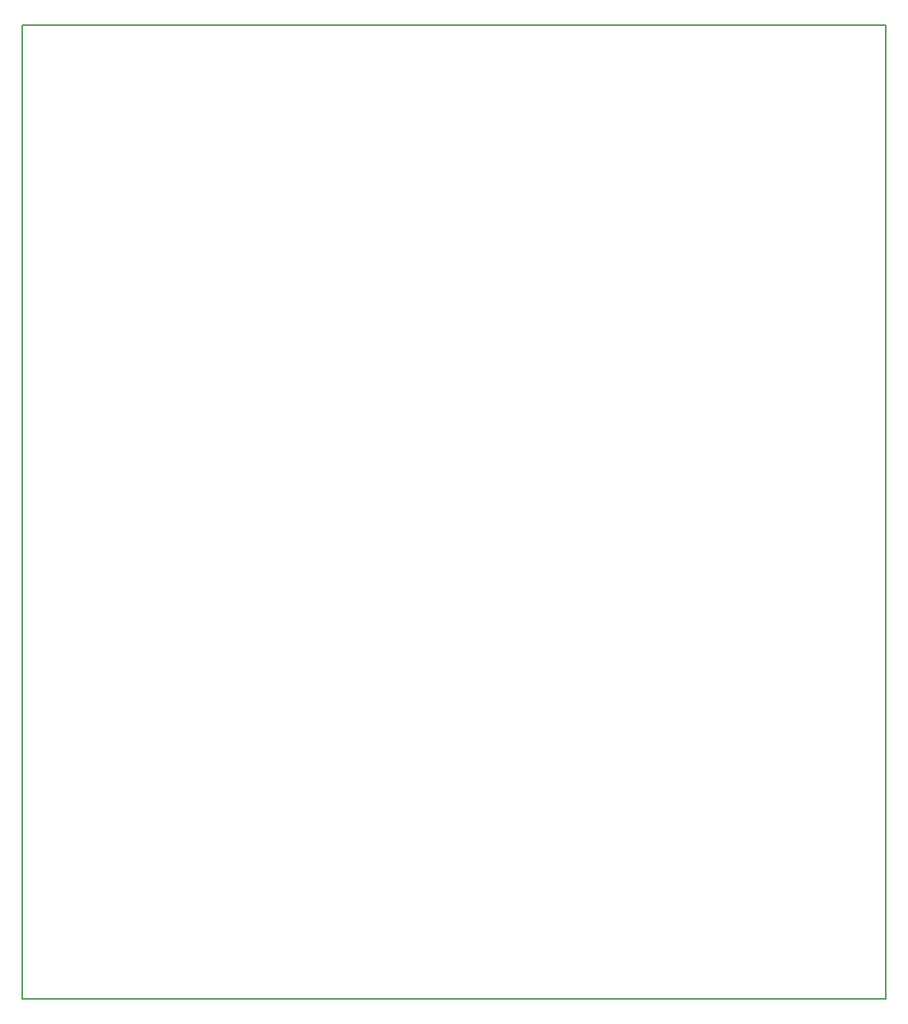
<source format=gbr>
G04 DipTrace 2.3.0.3*
%INBoardOutline.gbr*%
%MOMM*%
%ADD11C,0.14*%
%FSLAX53Y53*%
G04*
G71*
G90*
G75*
G01*
%LNBoardOutline*%
%LPD*%
X89000Y96000D2*
D11*
X191000D1*
Y-19000D1*
X89000D1*
Y96000D1*
M02*

</source>
